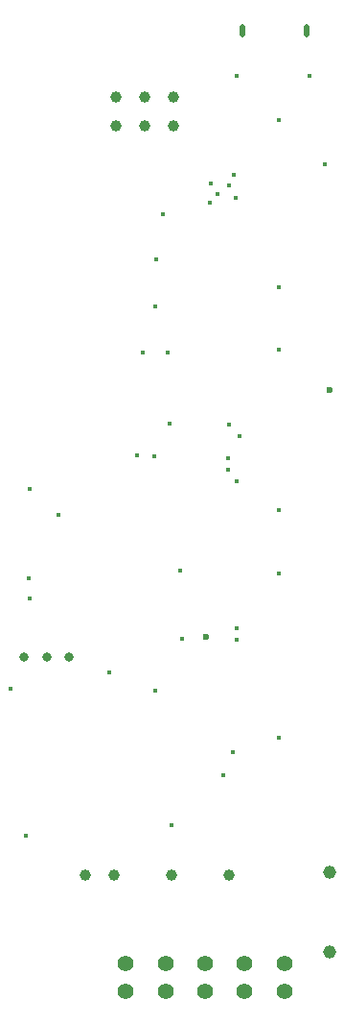
<source format=gbr>
%TF.GenerationSoftware,KiCad,Pcbnew,9.0.0*%
%TF.CreationDate,2025-03-09T10:42:14+03:00*%
%TF.ProjectId,PM_MCU-ESP32_C3,504d5f4d-4355-42d4-9553-5033325f4333,rev?*%
%TF.SameCoordinates,Original*%
%TF.FileFunction,Plated,1,2,PTH,Mixed*%
%TF.FilePolarity,Positive*%
%FSLAX46Y46*%
G04 Gerber Fmt 4.6, Leading zero omitted, Abs format (unit mm)*
G04 Created by KiCad (PCBNEW 9.0.0) date 2025-03-09 10:42:14*
%MOMM*%
%LPD*%
G01*
G04 APERTURE LIST*
%TA.AperFunction,ViaDrill*%
%ADD10C,0.400000*%
%TD*%
G04 aperture for slot hole*
%TA.AperFunction,ComponentDrill*%
%ADD11C,0.500000*%
%TD*%
%TA.AperFunction,ViaDrill*%
%ADD12C,0.600000*%
%TD*%
%TA.AperFunction,ComponentDrill*%
%ADD13C,0.800000*%
%TD*%
%TA.AperFunction,ComponentDrill*%
%ADD14C,1.000000*%
%TD*%
%TA.AperFunction,ComponentDrill*%
%ADD15C,1.150000*%
%TD*%
%TA.AperFunction,ComponentDrill*%
%ADD16C,1.400000*%
%TD*%
G04 APERTURE END LIST*
D10*
X800000Y-12800000D03*
X2145000Y-25718000D03*
X2439100Y-3098000D03*
X2540000Y4812400D03*
X2540000Y-4812000D03*
X5000000Y2500000D03*
X9525000Y-11355000D03*
X12000000Y7750000D03*
X12490000Y16810200D03*
X13500000Y7709000D03*
X13589000Y-12954000D03*
X13590000Y20937600D03*
X13651700Y25073700D03*
X14272725Y29004725D03*
X14690000Y16810300D03*
X14900000Y10600000D03*
X15010000Y-24830000D03*
X15831000Y-2385000D03*
X15996000Y-8434000D03*
X18400000Y30000000D03*
X18500000Y31700000D03*
X19100000Y30800000D03*
X19620471Y-20382471D03*
X20050000Y7500002D03*
X20050000Y6500000D03*
X20088300Y10516500D03*
X20125955Y31584590D03*
X20447000Y-18415000D03*
X20500000Y32512000D03*
X20700000Y30500000D03*
X20750000Y41242100D03*
X20750000Y5500000D03*
X20750000Y-7500002D03*
X20750000Y-8500005D03*
X21000000Y9500000D03*
X24496900Y37358200D03*
X24496900Y22604900D03*
X24496900Y-2605000D03*
X24500300Y17074300D03*
X24500300Y2927300D03*
X24511900Y-17152000D03*
X27250000Y41250000D03*
X28588000Y33388000D03*
D11*
%TO.C,J1*%
X21305027Y44852208D02*
X21305027Y45552208D01*
X26955029Y44852208D02*
X26955029Y45552208D01*
%TD*%
D12*
X18037600Y-8226000D03*
X29000000Y13499993D03*
D13*
%TO.C,J7*%
X2000000Y-10000000D03*
X4000000Y-10000000D03*
X6000000Y-10000000D03*
D14*
%TO.C,PS1*%
X7416800Y-29210000D03*
X9956800Y-29210000D03*
%TO.C,SW4*%
X10160000Y39370000D03*
X10160000Y36830000D03*
X12700000Y39370000D03*
X12700000Y36830000D03*
%TO.C,PS1*%
X15036800Y-29210000D03*
%TO.C,SW4*%
X15240000Y39370000D03*
X15240000Y36830000D03*
%TO.C,PS1*%
X20116800Y-29210000D03*
D15*
%TO.C,U3*%
X29000000Y-29000000D03*
%TO.C,U4*%
X29000000Y-36000000D03*
D16*
%TO.C,J6*%
X11000000Y-37000000D03*
X11000000Y-39500000D03*
X14500000Y-37000000D03*
X14500000Y-39500000D03*
X18000000Y-37000000D03*
X18000000Y-39500000D03*
X21500000Y-37000000D03*
X21500000Y-39500000D03*
X25000000Y-37000000D03*
X25000000Y-39500000D03*
M02*

</source>
